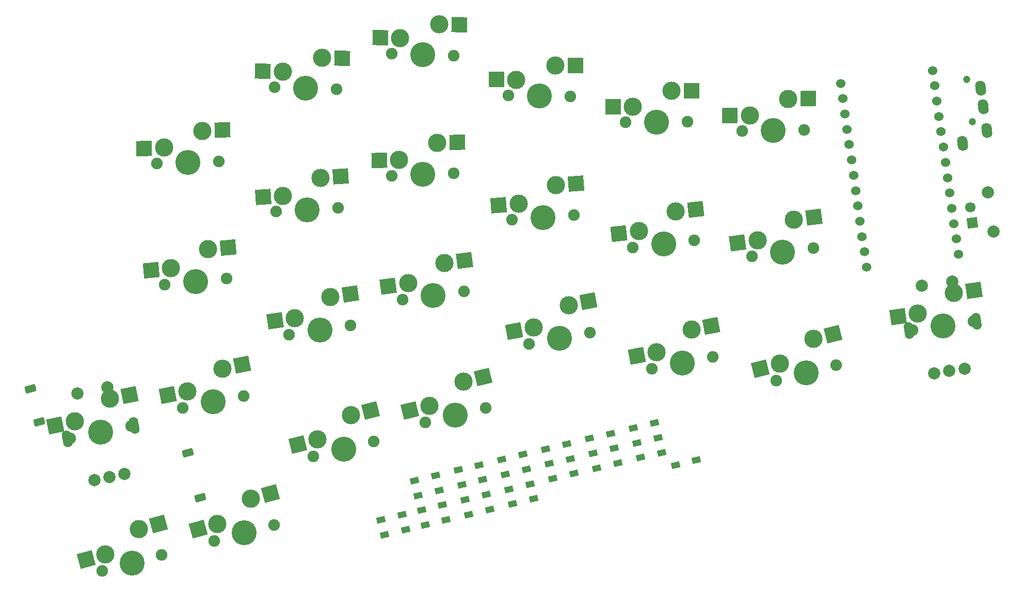
<source format=gbr>
%TF.GenerationSoftware,KiCad,Pcbnew,(6.0.5)*%
%TF.CreationDate,2022-07-31T15:02:15+09:00*%
%TF.ProjectId,ergotonic_f24-pcb-right,6572676f-746f-46e6-9963-5f6632342d70,rev?*%
%TF.SameCoordinates,Original*%
%TF.FileFunction,Soldermask,Bot*%
%TF.FilePolarity,Negative*%
%FSLAX46Y46*%
G04 Gerber Fmt 4.6, Leading zero omitted, Abs format (unit mm)*
G04 Created by KiCad (PCBNEW (6.0.5)) date 2022-07-31 15:02:15*
%MOMM*%
%LPD*%
G01*
G04 APERTURE LIST*
G04 Aperture macros list*
%AMRoundRect*
0 Rectangle with rounded corners*
0 $1 Rounding radius*
0 $2 $3 $4 $5 $6 $7 $8 $9 X,Y pos of 4 corners*
0 Add a 4 corners polygon primitive as box body*
4,1,4,$2,$3,$4,$5,$6,$7,$8,$9,$2,$3,0*
0 Add four circle primitives for the rounded corners*
1,1,$1+$1,$2,$3*
1,1,$1+$1,$4,$5*
1,1,$1+$1,$6,$7*
1,1,$1+$1,$8,$9*
0 Add four rect primitives between the rounded corners*
20,1,$1+$1,$2,$3,$4,$5,0*
20,1,$1+$1,$4,$5,$6,$7,0*
20,1,$1+$1,$6,$7,$8,$9,0*
20,1,$1+$1,$8,$9,$2,$3,0*%
%AMHorizOval*
0 Thick line with rounded ends*
0 $1 width*
0 $2 $3 position (X,Y) of the first rounded end (center of the circle)*
0 $4 $5 position (X,Y) of the second rounded end (center of the circle)*
0 Add line between two ends*
20,1,$1,$2,$3,$4,$5,0*
0 Add two circle primitives to create the rounded ends*
1,1,$1,$2,$3*
1,1,$1,$4,$5*%
%AMRotRect*
0 Rectangle, with rotation*
0 The origin of the aperture is its center*
0 $1 length*
0 $2 width*
0 $3 Rotation angle, in degrees counterclockwise*
0 Add horizontal line*
21,1,$1,$2,0,0,$3*%
G04 Aperture macros list end*
%ADD10C,3.000000*%
%ADD11C,4.100000*%
%ADD12C,1.900000*%
%ADD13RotRect,2.550000X2.500000X195.110000*%
%ADD14C,1.524000*%
%ADD15RotRect,2.550000X2.500000X188.510000*%
%ADD16RotRect,2.550000X2.500000X182.020000*%
%ADD17RotRect,2.550000X2.500000X194.390000*%
%ADD18RotRect,2.550000X2.500000X193.470000*%
%ADD19RotRect,2.550000X2.500000X187.620000*%
%ADD20RotRect,2.550000X2.500000X190.850000*%
%ADD21C,2.000000*%
%ADD22HorizOval,1.500000X-0.125473X0.637775X0.125473X-0.637775X0*%
%ADD23RotRect,2.550000X2.500000X195.120000*%
%ADD24RotRect,2.550000X2.500000X181.120000*%
%ADD25RotRect,2.550000X2.500000X184.580000*%
%ADD26C,1.200000*%
%ADD27HorizOval,1.700000X-0.055669X0.396107X0.055669X-0.396107X0*%
%ADD28RotRect,2.550000X2.500000X180.290000*%
%ADD29RotRect,2.550000X2.500000X194.000000*%
%ADD30RotRect,2.550000X2.500000X185.430000*%
%ADD31RotRect,2.550000X2.500000X183.620000*%
%ADD32RotRect,2.550000X2.500000X190.660000*%
%ADD33RotRect,2.550000X2.500000X191.080000*%
%ADD34RoundRect,0.249600X0.719283X-0.168618X0.536485X0.507921X-0.719283X0.168618X-0.536485X-0.507921X0*%
%ADD35RotRect,2.550000X2.500000X177.950000*%
%ADD36RotRect,1.700000X1.700000X188.000000*%
%ADD37HorizOval,1.700000X0.000000X0.000000X0.000000X0.000000X0*%
%ADD38RotRect,2.550000X2.500000X186.550000*%
%ADD39RotRect,2.550000X2.500000X188.000000*%
%ADD40RotRect,2.550000X2.500000X178.020000*%
%ADD41RotRect,2.550000X2.500000X187.570000*%
%ADD42HorizOval,1.500000X-0.090463X0.643674X0.090463X-0.643674X0*%
%ADD43RotRect,2.550000X2.500000X191.130000*%
%ADD44RotRect,2.550000X2.500000X178.940000*%
%ADD45RotRect,1.400000X1.000000X193.500000*%
G04 APERTURE END LIST*
D10*
%TO.C,SW26*%
X22778966Y-93799521D03*
X17310613Y-97906979D03*
D11*
X21651000Y-99366000D03*
D12*
X26555370Y-98041781D03*
X16746630Y-100690219D03*
D13*
X14148839Y-98760683D03*
X25966807Y-92938778D03*
%TD*%
D14*
%TO.C,U2*%
X153334029Y-21006070D03*
X153687529Y-23521351D03*
X154041028Y-26036632D03*
X154394528Y-28551913D03*
X154748028Y-31067194D03*
X155101527Y-33582474D03*
X155455027Y-36097755D03*
X155808527Y-38613036D03*
X156162026Y-41128317D03*
X156515526Y-43643598D03*
X156869026Y-46158879D03*
X157222525Y-48674160D03*
X142150645Y-50792374D03*
X141797146Y-48277094D03*
X141443646Y-45761813D03*
X141090146Y-43246532D03*
X140736647Y-40731251D03*
X140383147Y-38215970D03*
X140029647Y-35700689D03*
X139676148Y-33185408D03*
X139322648Y-30670127D03*
X138969148Y-28154846D03*
X138615649Y-25639566D03*
X138262149Y-23124285D03*
X137908649Y-20609004D03*
X152980529Y-18490789D03*
%TD*%
D10*
%TO.C,SW33*%
X54242286Y-55683056D03*
D12*
X57506069Y-60331251D03*
D10*
X48338074Y-59134777D03*
D11*
X52482000Y-61083000D03*
D12*
X47457931Y-61834749D03*
D15*
X45099131Y-59619418D03*
X57507931Y-55194420D03*
%TD*%
D12*
%TO.C,SW36*%
X64311157Y-35753062D03*
D10*
X65490837Y-33169875D03*
D11*
X69388000Y-35574000D03*
D10*
X71747360Y-30407626D03*
D12*
X74464843Y-35394938D03*
D16*
X62217872Y-33285313D03*
X75047308Y-30291236D03*
%TD*%
D12*
%TO.C,SW47*%
X137155623Y-66875514D03*
D10*
X133432826Y-62586134D03*
D11*
X132235000Y-68138000D03*
D12*
X127314377Y-69400486D03*
D10*
X127913290Y-66624553D03*
D17*
X124741038Y-67438459D03*
X136631230Y-61765518D03*
%TD*%
D12*
%TO.C,SW38*%
X69782741Y-76303316D03*
D10*
X70426147Y-73537357D03*
D12*
X79663259Y-73936684D03*
D10*
X76009814Y-69588083D03*
D11*
X74723000Y-75120000D03*
D18*
X67241236Y-74300223D03*
X79220982Y-68818927D03*
%TD*%
D12*
%TO.C,SW37*%
X66029860Y-56133620D03*
D10*
X66951835Y-53447645D03*
D12*
X76100140Y-54786380D03*
D10*
X72908950Y-50088050D03*
D11*
X71065000Y-55460000D03*
D19*
X63705755Y-53881918D03*
X76181791Y-49650197D03*
%TD*%
D11*
%TO.C,SW44*%
X111928000Y-66492999D03*
D12*
X106938813Y-67449250D03*
X116917187Y-65536748D03*
D10*
X107707984Y-64715594D03*
X113466342Y-61025687D03*
D20*
X104491530Y-65332075D03*
X116709313Y-60404123D03*
%TD*%
D21*
%TO.C,RE3*%
X15517789Y-85716527D03*
X20423747Y-84751349D03*
X17970768Y-85233938D03*
D22*
X22017674Y-76794000D03*
X11028326Y-78956000D03*
D21*
X17624729Y-70524069D03*
X12718770Y-71489247D03*
%TD*%
D12*
%TO.C,SW30*%
X35136861Y-95724075D03*
D10*
X35700359Y-92940737D03*
X41167995Y-88832324D03*
D11*
X40041000Y-94399000D03*
D12*
X44945139Y-93073925D03*
D23*
X32538734Y-93794993D03*
X44355685Y-87971025D03*
%TD*%
D21*
%TO.C,SW_RESET2*%
X162064687Y-38540629D03*
X162969313Y-44977371D03*
%TD*%
D10*
%TO.C,SW45*%
X129304219Y-23192323D03*
D12*
X121784971Y-28420296D03*
D11*
X126864000Y-28321000D03*
D12*
X131943029Y-28221704D03*
D10*
X123005080Y-25855957D03*
D24*
X119730706Y-25919972D03*
X132605588Y-23127780D03*
%TD*%
D12*
%TO.C,SW40*%
X84035221Y-43030643D03*
D10*
X85098345Y-40397343D03*
X91225246Y-37358400D03*
D11*
X89099000Y-42625000D03*
D12*
X94162779Y-42219357D03*
D25*
X81833802Y-40658855D03*
X94516702Y-37094732D03*
%TD*%
D26*
%TO.C,TRRS2*%
X158571760Y-19949402D03*
X159545971Y-26881279D03*
D27*
X157925680Y-30441427D03*
X160901834Y-21439621D03*
X161319353Y-24410425D03*
X161876046Y-28371498D03*
%TD*%
D11*
%TO.C,SW42*%
X107680000Y-26959000D03*
D10*
X110194255Y-21866209D03*
X103857193Y-24438317D03*
D12*
X102600065Y-26984712D03*
X112759935Y-26933288D03*
D28*
X100582235Y-24454893D03*
X113496213Y-21849496D03*
%TD*%
D12*
%TO.C,SW34*%
X61302102Y-79411037D03*
D11*
X56373000Y-80640000D03*
D10*
X57608588Y-75096416D03*
X52061692Y-79097171D03*
D12*
X51443898Y-81868963D03*
D29*
X48883973Y-79889465D03*
X60812504Y-74297590D03*
%TD*%
D10*
%TO.C,SW28*%
X28054738Y-50976937D03*
D12*
X37145204Y-52664282D03*
D11*
X32088000Y-53145000D03*
D12*
X27030796Y-53625718D03*
D10*
X34135884Y-47847437D03*
D30*
X24794434Y-51286849D03*
X37423066Y-47534970D03*
%TD*%
D12*
%TO.C,SW32*%
X55456864Y-41030254D03*
X45317136Y-41671746D03*
D11*
X50387000Y-41351000D03*
D10*
X52601186Y-36120763D03*
X46424229Y-39056627D03*
D31*
X43155764Y-39263407D03*
X55896598Y-35912278D03*
%TD*%
D12*
%TO.C,SW41*%
X96751330Y-61541299D03*
D11*
X91759000Y-62481000D03*
D10*
X87544902Y-60689611D03*
D12*
X86766670Y-63420701D03*
D10*
X93315464Y-57018819D03*
D32*
X84326421Y-61295422D03*
X96560478Y-56408013D03*
%TD*%
D10*
%TO.C,SW29*%
X30728883Y-71143550D03*
D11*
X34956000Y-72904000D03*
D10*
X36472382Y-67430556D03*
D12*
X39941308Y-71927729D03*
X29970692Y-73880271D03*
D33*
X27514930Y-71772937D03*
X39712833Y-66795980D03*
%TD*%
D34*
%TO.C,J4*%
X32832740Y-88633460D03*
X30850344Y-81296560D03*
%TD*%
%TO.C,J2*%
X6442898Y-76199078D03*
X4982186Y-70792941D03*
%TD*%
D12*
%TO.C,SW31*%
X45040251Y-21194280D03*
D10*
X52837094Y-16390111D03*
X46400298Y-18701336D03*
D11*
X50117000Y-21376000D03*
D12*
X55193749Y-21557720D03*
D35*
X43127394Y-18584184D03*
X56136981Y-16508229D03*
%TD*%
D36*
%TO.C,BAT2*%
X159500000Y-43500000D03*
D37*
X159146500Y-40984719D03*
%TD*%
D11*
%TO.C,SW43*%
X108881000Y-46979000D03*
D12*
X113927841Y-46399523D03*
X103834159Y-47558477D03*
D10*
X110824944Y-41642420D03*
X104806131Y-44890187D03*
D38*
X101552508Y-45263767D03*
X114105391Y-41265760D03*
%TD*%
D12*
%TO.C,SW48*%
X159729562Y-59703001D03*
X149668438Y-61116999D03*
D10*
X150572579Y-58424969D03*
D11*
X154699000Y-60410000D03*
D10*
X156507282Y-55025939D03*
D39*
X147329451Y-58880761D03*
X159777147Y-54566389D03*
%TD*%
D12*
%TO.C,SW35*%
X74457967Y-16045517D03*
X64304033Y-15694483D03*
D10*
X72095001Y-10880792D03*
X65661033Y-13199879D03*
D11*
X69381000Y-15870000D03*
D40*
X62387989Y-13086725D03*
X75395029Y-10994878D03*
%TD*%
D12*
%TO.C,SW46*%
X133422726Y-47684774D03*
D10*
X130235637Y-42983661D03*
D11*
X128387000Y-48354000D03*
D12*
X123351274Y-49023226D03*
D10*
X124275593Y-46338056D03*
D41*
X121029135Y-46769496D03*
X133508859Y-42548664D03*
%TD*%
D21*
%TO.C,RE4*%
X153267128Y-68184943D03*
X158218468Y-67489078D03*
X155742798Y-67837011D03*
D42*
X160244501Y-59630631D03*
X149153499Y-61189369D03*
D21*
X156200458Y-53130191D03*
X151249118Y-53826056D03*
%TD*%
D10*
%TO.C,SW27*%
X26916837Y-31172875D03*
D12*
X25737157Y-33756062D03*
D10*
X33173360Y-28410626D03*
D11*
X30814000Y-33577000D03*
D12*
X35890843Y-33397938D03*
D16*
X23643872Y-31288313D03*
X36473308Y-28294236D03*
%TD*%
D11*
%TO.C,SW25*%
X16523000Y-77875000D03*
D10*
X18034605Y-72400235D03*
X12294349Y-76118239D03*
D12*
X21507454Y-76894378D03*
X11538546Y-78855622D03*
D43*
X9080946Y-76750431D03*
X21274500Y-71762831D03*
%TD*%
D12*
%TO.C,SW39*%
X93562131Y-22764977D03*
D10*
X84720641Y-20060952D03*
X91116542Y-17638858D03*
D12*
X83403869Y-22577023D03*
D11*
X88483000Y-22671000D03*
D44*
X81446201Y-20000366D03*
X94417977Y-17699943D03*
%TD*%
D45*
%TO.C,D28*%
X72027957Y-87419634D03*
X68576043Y-88248366D03*
%TD*%
%TO.C,D34*%
X80373957Y-90558634D03*
X76922043Y-91387366D03*
%TD*%
%TO.C,D42*%
X100157957Y-78095634D03*
X96706043Y-78924366D03*
%TD*%
%TO.C,D47*%
X108560957Y-81219634D03*
X105109043Y-82048366D03*
%TD*%
%TO.C,D33*%
X79789957Y-88127634D03*
X76338043Y-88956366D03*
%TD*%
%TO.C,D27*%
X71444957Y-84988634D03*
X67993043Y-85817366D03*
%TD*%
%TO.C,D26*%
X66563956Y-93885634D03*
X63112042Y-94714366D03*
%TD*%
%TO.C,D39*%
X92978957Y-79818634D03*
X89527043Y-80647366D03*
%TD*%
%TO.C,D43*%
X100740957Y-80526634D03*
X97289043Y-81355366D03*
%TD*%
%TO.C,D32*%
X79206957Y-85696634D03*
X75755043Y-86525366D03*
%TD*%
%TO.C,D37*%
X86967957Y-86403634D03*
X83516043Y-87232366D03*
%TD*%
%TO.C,D36*%
X86384957Y-83972634D03*
X82933043Y-84801366D03*
%TD*%
%TO.C,D45*%
X107393957Y-76357634D03*
X103942043Y-77186366D03*
%TD*%
%TO.C,D44*%
X101324957Y-82957634D03*
X97873043Y-83786366D03*
%TD*%
%TO.C,D40*%
X93562957Y-82249634D03*
X90111043Y-83078366D03*
%TD*%
%TO.C,D35*%
X85800957Y-81541634D03*
X82349043Y-82370366D03*
%TD*%
%TO.C,D48*%
X114261957Y-82470634D03*
X110810043Y-83299366D03*
%TD*%
%TO.C,D31*%
X78622957Y-83265634D03*
X75171043Y-84094366D03*
%TD*%
%TO.C,D38*%
X87551957Y-88834634D03*
X84100043Y-89663366D03*
%TD*%
%TO.C,D25*%
X65979957Y-91454634D03*
X62528043Y-92283366D03*
%TD*%
%TO.C,D46*%
X107976957Y-78788634D03*
X104525043Y-79617366D03*
%TD*%
%TO.C,D41*%
X94146957Y-84680634D03*
X90695043Y-85509366D03*
%TD*%
%TO.C,D30*%
X73195957Y-92281634D03*
X69744043Y-93110366D03*
%TD*%
%TO.C,D29*%
X72611957Y-89850634D03*
X69160043Y-90679366D03*
%TD*%
M02*

</source>
